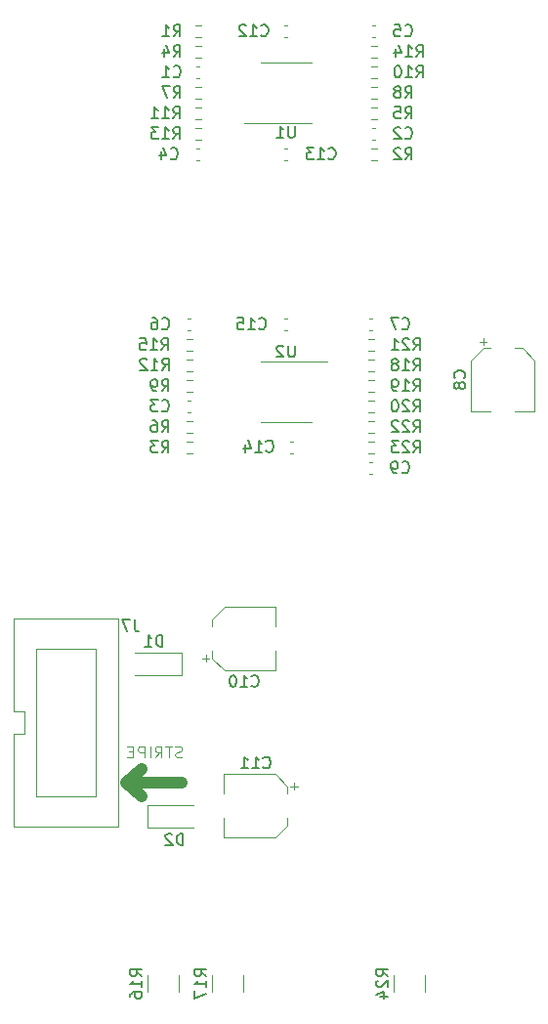
<source format=gbr>
%TF.GenerationSoftware,KiCad,Pcbnew,7.0.1*%
%TF.CreationDate,2024-08-14T21:14:33-04:00*%
%TF.ProjectId,attenuverter_mixer,61747465-6e75-4766-9572-7465725f6d69,rev?*%
%TF.SameCoordinates,Original*%
%TF.FileFunction,Legend,Bot*%
%TF.FilePolarity,Positive*%
%FSLAX46Y46*%
G04 Gerber Fmt 4.6, Leading zero omitted, Abs format (unit mm)*
G04 Created by KiCad (PCBNEW 7.0.1) date 2024-08-14 21:14:33*
%MOMM*%
%LPD*%
G01*
G04 APERTURE LIST*
%ADD10C,0.150000*%
%ADD11C,0.100000*%
%ADD12C,1.000000*%
%ADD13C,0.120000*%
G04 APERTURE END LIST*
D10*
%TO.C,J7*%
X122761333Y-111349619D02*
X122761333Y-112063904D01*
X122761333Y-112063904D02*
X122808952Y-112206761D01*
X122808952Y-112206761D02*
X122904190Y-112302000D01*
X122904190Y-112302000D02*
X123047047Y-112349619D01*
X123047047Y-112349619D02*
X123142285Y-112349619D01*
X122380380Y-111349619D02*
X121713714Y-111349619D01*
X121713714Y-111349619D02*
X122142285Y-112349619D01*
D11*
X126869523Y-123249000D02*
X126726666Y-123296619D01*
X126726666Y-123296619D02*
X126488571Y-123296619D01*
X126488571Y-123296619D02*
X126393333Y-123249000D01*
X126393333Y-123249000D02*
X126345714Y-123201380D01*
X126345714Y-123201380D02*
X126298095Y-123106142D01*
X126298095Y-123106142D02*
X126298095Y-123010904D01*
X126298095Y-123010904D02*
X126345714Y-122915666D01*
X126345714Y-122915666D02*
X126393333Y-122868047D01*
X126393333Y-122868047D02*
X126488571Y-122820428D01*
X126488571Y-122820428D02*
X126679047Y-122772809D01*
X126679047Y-122772809D02*
X126774285Y-122725190D01*
X126774285Y-122725190D02*
X126821904Y-122677571D01*
X126821904Y-122677571D02*
X126869523Y-122582333D01*
X126869523Y-122582333D02*
X126869523Y-122487095D01*
X126869523Y-122487095D02*
X126821904Y-122391857D01*
X126821904Y-122391857D02*
X126774285Y-122344238D01*
X126774285Y-122344238D02*
X126679047Y-122296619D01*
X126679047Y-122296619D02*
X126440952Y-122296619D01*
X126440952Y-122296619D02*
X126298095Y-122344238D01*
X126012380Y-122296619D02*
X125440952Y-122296619D01*
X125726666Y-123296619D02*
X125726666Y-122296619D01*
X124536190Y-123296619D02*
X124869523Y-122820428D01*
X125107618Y-123296619D02*
X125107618Y-122296619D01*
X125107618Y-122296619D02*
X124726666Y-122296619D01*
X124726666Y-122296619D02*
X124631428Y-122344238D01*
X124631428Y-122344238D02*
X124583809Y-122391857D01*
X124583809Y-122391857D02*
X124536190Y-122487095D01*
X124536190Y-122487095D02*
X124536190Y-122629952D01*
X124536190Y-122629952D02*
X124583809Y-122725190D01*
X124583809Y-122725190D02*
X124631428Y-122772809D01*
X124631428Y-122772809D02*
X124726666Y-122820428D01*
X124726666Y-122820428D02*
X125107618Y-122820428D01*
X124107618Y-123296619D02*
X124107618Y-122296619D01*
X123631428Y-123296619D02*
X123631428Y-122296619D01*
X123631428Y-122296619D02*
X123250476Y-122296619D01*
X123250476Y-122296619D02*
X123155238Y-122344238D01*
X123155238Y-122344238D02*
X123107619Y-122391857D01*
X123107619Y-122391857D02*
X123060000Y-122487095D01*
X123060000Y-122487095D02*
X123060000Y-122629952D01*
X123060000Y-122629952D02*
X123107619Y-122725190D01*
X123107619Y-122725190D02*
X123155238Y-122772809D01*
X123155238Y-122772809D02*
X123250476Y-122820428D01*
X123250476Y-122820428D02*
X123631428Y-122820428D01*
X122631428Y-122772809D02*
X122298095Y-122772809D01*
X122155238Y-123296619D02*
X122631428Y-123296619D01*
X122631428Y-123296619D02*
X122631428Y-122296619D01*
X122631428Y-122296619D02*
X122155238Y-122296619D01*
D10*
%TO.C,C10*%
X132908357Y-117052380D02*
X132955976Y-117100000D01*
X132955976Y-117100000D02*
X133098833Y-117147619D01*
X133098833Y-117147619D02*
X133194071Y-117147619D01*
X133194071Y-117147619D02*
X133336928Y-117100000D01*
X133336928Y-117100000D02*
X133432166Y-117004761D01*
X133432166Y-117004761D02*
X133479785Y-116909523D01*
X133479785Y-116909523D02*
X133527404Y-116719047D01*
X133527404Y-116719047D02*
X133527404Y-116576190D01*
X133527404Y-116576190D02*
X133479785Y-116385714D01*
X133479785Y-116385714D02*
X133432166Y-116290476D01*
X133432166Y-116290476D02*
X133336928Y-116195238D01*
X133336928Y-116195238D02*
X133194071Y-116147619D01*
X133194071Y-116147619D02*
X133098833Y-116147619D01*
X133098833Y-116147619D02*
X132955976Y-116195238D01*
X132955976Y-116195238D02*
X132908357Y-116242857D01*
X131955976Y-117147619D02*
X132527404Y-117147619D01*
X132241690Y-117147619D02*
X132241690Y-116147619D01*
X132241690Y-116147619D02*
X132336928Y-116290476D01*
X132336928Y-116290476D02*
X132432166Y-116385714D01*
X132432166Y-116385714D02*
X132527404Y-116433333D01*
X131336928Y-116147619D02*
X131241690Y-116147619D01*
X131241690Y-116147619D02*
X131146452Y-116195238D01*
X131146452Y-116195238D02*
X131098833Y-116242857D01*
X131098833Y-116242857D02*
X131051214Y-116338095D01*
X131051214Y-116338095D02*
X131003595Y-116528571D01*
X131003595Y-116528571D02*
X131003595Y-116766666D01*
X131003595Y-116766666D02*
X131051214Y-116957142D01*
X131051214Y-116957142D02*
X131098833Y-117052380D01*
X131098833Y-117052380D02*
X131146452Y-117100000D01*
X131146452Y-117100000D02*
X131241690Y-117147619D01*
X131241690Y-117147619D02*
X131336928Y-117147619D01*
X131336928Y-117147619D02*
X131432166Y-117100000D01*
X131432166Y-117100000D02*
X131479785Y-117052380D01*
X131479785Y-117052380D02*
X131527404Y-116957142D01*
X131527404Y-116957142D02*
X131575023Y-116766666D01*
X131575023Y-116766666D02*
X131575023Y-116528571D01*
X131575023Y-116528571D02*
X131527404Y-116338095D01*
X131527404Y-116338095D02*
X131479785Y-116242857D01*
X131479785Y-116242857D02*
X131432166Y-116195238D01*
X131432166Y-116195238D02*
X131336928Y-116147619D01*
%TO.C,U1*%
X136651904Y-68571619D02*
X136651904Y-69381142D01*
X136651904Y-69381142D02*
X136604285Y-69476380D01*
X136604285Y-69476380D02*
X136556666Y-69524000D01*
X136556666Y-69524000D02*
X136461428Y-69571619D01*
X136461428Y-69571619D02*
X136270952Y-69571619D01*
X136270952Y-69571619D02*
X136175714Y-69524000D01*
X136175714Y-69524000D02*
X136128095Y-69476380D01*
X136128095Y-69476380D02*
X136080476Y-69381142D01*
X136080476Y-69381142D02*
X136080476Y-68571619D01*
X135080476Y-69571619D02*
X135651904Y-69571619D01*
X135366190Y-69571619D02*
X135366190Y-68571619D01*
X135366190Y-68571619D02*
X135461428Y-68714476D01*
X135461428Y-68714476D02*
X135556666Y-68809714D01*
X135556666Y-68809714D02*
X135651904Y-68857333D01*
%TO.C,R18*%
X146946857Y-89743619D02*
X147280190Y-89267428D01*
X147518285Y-89743619D02*
X147518285Y-88743619D01*
X147518285Y-88743619D02*
X147137333Y-88743619D01*
X147137333Y-88743619D02*
X147042095Y-88791238D01*
X147042095Y-88791238D02*
X146994476Y-88838857D01*
X146994476Y-88838857D02*
X146946857Y-88934095D01*
X146946857Y-88934095D02*
X146946857Y-89076952D01*
X146946857Y-89076952D02*
X146994476Y-89172190D01*
X146994476Y-89172190D02*
X147042095Y-89219809D01*
X147042095Y-89219809D02*
X147137333Y-89267428D01*
X147137333Y-89267428D02*
X147518285Y-89267428D01*
X145994476Y-89743619D02*
X146565904Y-89743619D01*
X146280190Y-89743619D02*
X146280190Y-88743619D01*
X146280190Y-88743619D02*
X146375428Y-88886476D01*
X146375428Y-88886476D02*
X146470666Y-88981714D01*
X146470666Y-88981714D02*
X146565904Y-89029333D01*
X145423047Y-89172190D02*
X145518285Y-89124571D01*
X145518285Y-89124571D02*
X145565904Y-89076952D01*
X145565904Y-89076952D02*
X145613523Y-88981714D01*
X145613523Y-88981714D02*
X145613523Y-88934095D01*
X145613523Y-88934095D02*
X145565904Y-88838857D01*
X145565904Y-88838857D02*
X145518285Y-88791238D01*
X145518285Y-88791238D02*
X145423047Y-88743619D01*
X145423047Y-88743619D02*
X145232571Y-88743619D01*
X145232571Y-88743619D02*
X145137333Y-88791238D01*
X145137333Y-88791238D02*
X145089714Y-88838857D01*
X145089714Y-88838857D02*
X145042095Y-88934095D01*
X145042095Y-88934095D02*
X145042095Y-88981714D01*
X145042095Y-88981714D02*
X145089714Y-89076952D01*
X145089714Y-89076952D02*
X145137333Y-89124571D01*
X145137333Y-89124571D02*
X145232571Y-89172190D01*
X145232571Y-89172190D02*
X145423047Y-89172190D01*
X145423047Y-89172190D02*
X145518285Y-89219809D01*
X145518285Y-89219809D02*
X145565904Y-89267428D01*
X145565904Y-89267428D02*
X145613523Y-89362666D01*
X145613523Y-89362666D02*
X145613523Y-89553142D01*
X145613523Y-89553142D02*
X145565904Y-89648380D01*
X145565904Y-89648380D02*
X145518285Y-89696000D01*
X145518285Y-89696000D02*
X145423047Y-89743619D01*
X145423047Y-89743619D02*
X145232571Y-89743619D01*
X145232571Y-89743619D02*
X145137333Y-89696000D01*
X145137333Y-89696000D02*
X145089714Y-89648380D01*
X145089714Y-89648380D02*
X145042095Y-89553142D01*
X145042095Y-89553142D02*
X145042095Y-89362666D01*
X145042095Y-89362666D02*
X145089714Y-89267428D01*
X145089714Y-89267428D02*
X145137333Y-89219809D01*
X145137333Y-89219809D02*
X145232571Y-89172190D01*
%TO.C,R4*%
X126150666Y-62565619D02*
X126483999Y-62089428D01*
X126722094Y-62565619D02*
X126722094Y-61565619D01*
X126722094Y-61565619D02*
X126341142Y-61565619D01*
X126341142Y-61565619D02*
X126245904Y-61613238D01*
X126245904Y-61613238D02*
X126198285Y-61660857D01*
X126198285Y-61660857D02*
X126150666Y-61756095D01*
X126150666Y-61756095D02*
X126150666Y-61898952D01*
X126150666Y-61898952D02*
X126198285Y-61994190D01*
X126198285Y-61994190D02*
X126245904Y-62041809D01*
X126245904Y-62041809D02*
X126341142Y-62089428D01*
X126341142Y-62089428D02*
X126722094Y-62089428D01*
X125293523Y-61898952D02*
X125293523Y-62565619D01*
X125531618Y-61518000D02*
X125769713Y-62232285D01*
X125769713Y-62232285D02*
X125150666Y-62232285D01*
%TO.C,C2*%
X146216666Y-69582380D02*
X146264285Y-69630000D01*
X146264285Y-69630000D02*
X146407142Y-69677619D01*
X146407142Y-69677619D02*
X146502380Y-69677619D01*
X146502380Y-69677619D02*
X146645237Y-69630000D01*
X146645237Y-69630000D02*
X146740475Y-69534761D01*
X146740475Y-69534761D02*
X146788094Y-69439523D01*
X146788094Y-69439523D02*
X146835713Y-69249047D01*
X146835713Y-69249047D02*
X146835713Y-69106190D01*
X146835713Y-69106190D02*
X146788094Y-68915714D01*
X146788094Y-68915714D02*
X146740475Y-68820476D01*
X146740475Y-68820476D02*
X146645237Y-68725238D01*
X146645237Y-68725238D02*
X146502380Y-68677619D01*
X146502380Y-68677619D02*
X146407142Y-68677619D01*
X146407142Y-68677619D02*
X146264285Y-68725238D01*
X146264285Y-68725238D02*
X146216666Y-68772857D01*
X145835713Y-68772857D02*
X145788094Y-68725238D01*
X145788094Y-68725238D02*
X145692856Y-68677619D01*
X145692856Y-68677619D02*
X145454761Y-68677619D01*
X145454761Y-68677619D02*
X145359523Y-68725238D01*
X145359523Y-68725238D02*
X145311904Y-68772857D01*
X145311904Y-68772857D02*
X145264285Y-68868095D01*
X145264285Y-68868095D02*
X145264285Y-68963333D01*
X145264285Y-68963333D02*
X145311904Y-69106190D01*
X145311904Y-69106190D02*
X145883332Y-69677619D01*
X145883332Y-69677619D02*
X145264285Y-69677619D01*
%TO.C,R9*%
X125134666Y-91521619D02*
X125467999Y-91045428D01*
X125706094Y-91521619D02*
X125706094Y-90521619D01*
X125706094Y-90521619D02*
X125325142Y-90521619D01*
X125325142Y-90521619D02*
X125229904Y-90569238D01*
X125229904Y-90569238D02*
X125182285Y-90616857D01*
X125182285Y-90616857D02*
X125134666Y-90712095D01*
X125134666Y-90712095D02*
X125134666Y-90854952D01*
X125134666Y-90854952D02*
X125182285Y-90950190D01*
X125182285Y-90950190D02*
X125229904Y-90997809D01*
X125229904Y-90997809D02*
X125325142Y-91045428D01*
X125325142Y-91045428D02*
X125706094Y-91045428D01*
X124658475Y-91521619D02*
X124467999Y-91521619D01*
X124467999Y-91521619D02*
X124372761Y-91474000D01*
X124372761Y-91474000D02*
X124325142Y-91426380D01*
X124325142Y-91426380D02*
X124229904Y-91283523D01*
X124229904Y-91283523D02*
X124182285Y-91093047D01*
X124182285Y-91093047D02*
X124182285Y-90712095D01*
X124182285Y-90712095D02*
X124229904Y-90616857D01*
X124229904Y-90616857D02*
X124277523Y-90569238D01*
X124277523Y-90569238D02*
X124372761Y-90521619D01*
X124372761Y-90521619D02*
X124563237Y-90521619D01*
X124563237Y-90521619D02*
X124658475Y-90569238D01*
X124658475Y-90569238D02*
X124706094Y-90616857D01*
X124706094Y-90616857D02*
X124753713Y-90712095D01*
X124753713Y-90712095D02*
X124753713Y-90950190D01*
X124753713Y-90950190D02*
X124706094Y-91045428D01*
X124706094Y-91045428D02*
X124658475Y-91093047D01*
X124658475Y-91093047D02*
X124563237Y-91140666D01*
X124563237Y-91140666D02*
X124372761Y-91140666D01*
X124372761Y-91140666D02*
X124277523Y-91093047D01*
X124277523Y-91093047D02*
X124229904Y-91045428D01*
X124229904Y-91045428D02*
X124182285Y-90950190D01*
%TO.C,R11*%
X126118857Y-67899619D02*
X126452190Y-67423428D01*
X126690285Y-67899619D02*
X126690285Y-66899619D01*
X126690285Y-66899619D02*
X126309333Y-66899619D01*
X126309333Y-66899619D02*
X126214095Y-66947238D01*
X126214095Y-66947238D02*
X126166476Y-66994857D01*
X126166476Y-66994857D02*
X126118857Y-67090095D01*
X126118857Y-67090095D02*
X126118857Y-67232952D01*
X126118857Y-67232952D02*
X126166476Y-67328190D01*
X126166476Y-67328190D02*
X126214095Y-67375809D01*
X126214095Y-67375809D02*
X126309333Y-67423428D01*
X126309333Y-67423428D02*
X126690285Y-67423428D01*
X125166476Y-67899619D02*
X125737904Y-67899619D01*
X125452190Y-67899619D02*
X125452190Y-66899619D01*
X125452190Y-66899619D02*
X125547428Y-67042476D01*
X125547428Y-67042476D02*
X125642666Y-67137714D01*
X125642666Y-67137714D02*
X125737904Y-67185333D01*
X124214095Y-67899619D02*
X124785523Y-67899619D01*
X124499809Y-67899619D02*
X124499809Y-66899619D01*
X124499809Y-66899619D02*
X124595047Y-67042476D01*
X124595047Y-67042476D02*
X124690285Y-67137714D01*
X124690285Y-67137714D02*
X124785523Y-67185333D01*
%TO.C,U2*%
X136651904Y-87579619D02*
X136651904Y-88389142D01*
X136651904Y-88389142D02*
X136604285Y-88484380D01*
X136604285Y-88484380D02*
X136556666Y-88532000D01*
X136556666Y-88532000D02*
X136461428Y-88579619D01*
X136461428Y-88579619D02*
X136270952Y-88579619D01*
X136270952Y-88579619D02*
X136175714Y-88532000D01*
X136175714Y-88532000D02*
X136128095Y-88484380D01*
X136128095Y-88484380D02*
X136080476Y-88389142D01*
X136080476Y-88389142D02*
X136080476Y-87579619D01*
X135651904Y-87674857D02*
X135604285Y-87627238D01*
X135604285Y-87627238D02*
X135509047Y-87579619D01*
X135509047Y-87579619D02*
X135270952Y-87579619D01*
X135270952Y-87579619D02*
X135175714Y-87627238D01*
X135175714Y-87627238D02*
X135128095Y-87674857D01*
X135128095Y-87674857D02*
X135080476Y-87770095D01*
X135080476Y-87770095D02*
X135080476Y-87865333D01*
X135080476Y-87865333D02*
X135128095Y-88008190D01*
X135128095Y-88008190D02*
X135699523Y-88579619D01*
X135699523Y-88579619D02*
X135080476Y-88579619D01*
%TO.C,C13*%
X139580857Y-71360380D02*
X139628476Y-71408000D01*
X139628476Y-71408000D02*
X139771333Y-71455619D01*
X139771333Y-71455619D02*
X139866571Y-71455619D01*
X139866571Y-71455619D02*
X140009428Y-71408000D01*
X140009428Y-71408000D02*
X140104666Y-71312761D01*
X140104666Y-71312761D02*
X140152285Y-71217523D01*
X140152285Y-71217523D02*
X140199904Y-71027047D01*
X140199904Y-71027047D02*
X140199904Y-70884190D01*
X140199904Y-70884190D02*
X140152285Y-70693714D01*
X140152285Y-70693714D02*
X140104666Y-70598476D01*
X140104666Y-70598476D02*
X140009428Y-70503238D01*
X140009428Y-70503238D02*
X139866571Y-70455619D01*
X139866571Y-70455619D02*
X139771333Y-70455619D01*
X139771333Y-70455619D02*
X139628476Y-70503238D01*
X139628476Y-70503238D02*
X139580857Y-70550857D01*
X138628476Y-71455619D02*
X139199904Y-71455619D01*
X138914190Y-71455619D02*
X138914190Y-70455619D01*
X138914190Y-70455619D02*
X139009428Y-70598476D01*
X139009428Y-70598476D02*
X139104666Y-70693714D01*
X139104666Y-70693714D02*
X139199904Y-70741333D01*
X138295142Y-70455619D02*
X137676095Y-70455619D01*
X137676095Y-70455619D02*
X138009428Y-70836571D01*
X138009428Y-70836571D02*
X137866571Y-70836571D01*
X137866571Y-70836571D02*
X137771333Y-70884190D01*
X137771333Y-70884190D02*
X137723714Y-70931809D01*
X137723714Y-70931809D02*
X137676095Y-71027047D01*
X137676095Y-71027047D02*
X137676095Y-71265142D01*
X137676095Y-71265142D02*
X137723714Y-71360380D01*
X137723714Y-71360380D02*
X137771333Y-71408000D01*
X137771333Y-71408000D02*
X137866571Y-71455619D01*
X137866571Y-71455619D02*
X138152285Y-71455619D01*
X138152285Y-71455619D02*
X138247523Y-71408000D01*
X138247523Y-71408000D02*
X138295142Y-71360380D01*
%TO.C,R6*%
X125134666Y-95077619D02*
X125467999Y-94601428D01*
X125706094Y-95077619D02*
X125706094Y-94077619D01*
X125706094Y-94077619D02*
X125325142Y-94077619D01*
X125325142Y-94077619D02*
X125229904Y-94125238D01*
X125229904Y-94125238D02*
X125182285Y-94172857D01*
X125182285Y-94172857D02*
X125134666Y-94268095D01*
X125134666Y-94268095D02*
X125134666Y-94410952D01*
X125134666Y-94410952D02*
X125182285Y-94506190D01*
X125182285Y-94506190D02*
X125229904Y-94553809D01*
X125229904Y-94553809D02*
X125325142Y-94601428D01*
X125325142Y-94601428D02*
X125706094Y-94601428D01*
X124277523Y-94077619D02*
X124467999Y-94077619D01*
X124467999Y-94077619D02*
X124563237Y-94125238D01*
X124563237Y-94125238D02*
X124610856Y-94172857D01*
X124610856Y-94172857D02*
X124706094Y-94315714D01*
X124706094Y-94315714D02*
X124753713Y-94506190D01*
X124753713Y-94506190D02*
X124753713Y-94887142D01*
X124753713Y-94887142D02*
X124706094Y-94982380D01*
X124706094Y-94982380D02*
X124658475Y-95030000D01*
X124658475Y-95030000D02*
X124563237Y-95077619D01*
X124563237Y-95077619D02*
X124372761Y-95077619D01*
X124372761Y-95077619D02*
X124277523Y-95030000D01*
X124277523Y-95030000D02*
X124229904Y-94982380D01*
X124229904Y-94982380D02*
X124182285Y-94887142D01*
X124182285Y-94887142D02*
X124182285Y-94649047D01*
X124182285Y-94649047D02*
X124229904Y-94553809D01*
X124229904Y-94553809D02*
X124277523Y-94506190D01*
X124277523Y-94506190D02*
X124372761Y-94458571D01*
X124372761Y-94458571D02*
X124563237Y-94458571D01*
X124563237Y-94458571D02*
X124658475Y-94506190D01*
X124658475Y-94506190D02*
X124706094Y-94553809D01*
X124706094Y-94553809D02*
X124753713Y-94649047D01*
%TO.C,R15*%
X125102857Y-87965619D02*
X125436190Y-87489428D01*
X125674285Y-87965619D02*
X125674285Y-86965619D01*
X125674285Y-86965619D02*
X125293333Y-86965619D01*
X125293333Y-86965619D02*
X125198095Y-87013238D01*
X125198095Y-87013238D02*
X125150476Y-87060857D01*
X125150476Y-87060857D02*
X125102857Y-87156095D01*
X125102857Y-87156095D02*
X125102857Y-87298952D01*
X125102857Y-87298952D02*
X125150476Y-87394190D01*
X125150476Y-87394190D02*
X125198095Y-87441809D01*
X125198095Y-87441809D02*
X125293333Y-87489428D01*
X125293333Y-87489428D02*
X125674285Y-87489428D01*
X124150476Y-87965619D02*
X124721904Y-87965619D01*
X124436190Y-87965619D02*
X124436190Y-86965619D01*
X124436190Y-86965619D02*
X124531428Y-87108476D01*
X124531428Y-87108476D02*
X124626666Y-87203714D01*
X124626666Y-87203714D02*
X124721904Y-87251333D01*
X123245714Y-86965619D02*
X123721904Y-86965619D01*
X123721904Y-86965619D02*
X123769523Y-87441809D01*
X123769523Y-87441809D02*
X123721904Y-87394190D01*
X123721904Y-87394190D02*
X123626666Y-87346571D01*
X123626666Y-87346571D02*
X123388571Y-87346571D01*
X123388571Y-87346571D02*
X123293333Y-87394190D01*
X123293333Y-87394190D02*
X123245714Y-87441809D01*
X123245714Y-87441809D02*
X123198095Y-87537047D01*
X123198095Y-87537047D02*
X123198095Y-87775142D01*
X123198095Y-87775142D02*
X123245714Y-87870380D01*
X123245714Y-87870380D02*
X123293333Y-87918000D01*
X123293333Y-87918000D02*
X123388571Y-87965619D01*
X123388571Y-87965619D02*
X123626666Y-87965619D01*
X123626666Y-87965619D02*
X123721904Y-87918000D01*
X123721904Y-87918000D02*
X123769523Y-87870380D01*
%TO.C,R16*%
X123404619Y-142232142D02*
X122928428Y-141898809D01*
X123404619Y-141660714D02*
X122404619Y-141660714D01*
X122404619Y-141660714D02*
X122404619Y-142041666D01*
X122404619Y-142041666D02*
X122452238Y-142136904D01*
X122452238Y-142136904D02*
X122499857Y-142184523D01*
X122499857Y-142184523D02*
X122595095Y-142232142D01*
X122595095Y-142232142D02*
X122737952Y-142232142D01*
X122737952Y-142232142D02*
X122833190Y-142184523D01*
X122833190Y-142184523D02*
X122880809Y-142136904D01*
X122880809Y-142136904D02*
X122928428Y-142041666D01*
X122928428Y-142041666D02*
X122928428Y-141660714D01*
X123404619Y-143184523D02*
X123404619Y-142613095D01*
X123404619Y-142898809D02*
X122404619Y-142898809D01*
X122404619Y-142898809D02*
X122547476Y-142803571D01*
X122547476Y-142803571D02*
X122642714Y-142708333D01*
X122642714Y-142708333D02*
X122690333Y-142613095D01*
X122404619Y-144041666D02*
X122404619Y-143851190D01*
X122404619Y-143851190D02*
X122452238Y-143755952D01*
X122452238Y-143755952D02*
X122499857Y-143708333D01*
X122499857Y-143708333D02*
X122642714Y-143613095D01*
X122642714Y-143613095D02*
X122833190Y-143565476D01*
X122833190Y-143565476D02*
X123214142Y-143565476D01*
X123214142Y-143565476D02*
X123309380Y-143613095D01*
X123309380Y-143613095D02*
X123357000Y-143660714D01*
X123357000Y-143660714D02*
X123404619Y-143755952D01*
X123404619Y-143755952D02*
X123404619Y-143946428D01*
X123404619Y-143946428D02*
X123357000Y-144041666D01*
X123357000Y-144041666D02*
X123309380Y-144089285D01*
X123309380Y-144089285D02*
X123214142Y-144136904D01*
X123214142Y-144136904D02*
X122976047Y-144136904D01*
X122976047Y-144136904D02*
X122880809Y-144089285D01*
X122880809Y-144089285D02*
X122833190Y-144041666D01*
X122833190Y-144041666D02*
X122785571Y-143946428D01*
X122785571Y-143946428D02*
X122785571Y-143755952D01*
X122785571Y-143755952D02*
X122833190Y-143660714D01*
X122833190Y-143660714D02*
X122880809Y-143613095D01*
X122880809Y-143613095D02*
X122976047Y-143565476D01*
%TO.C,R8*%
X146216666Y-66121619D02*
X146549999Y-65645428D01*
X146788094Y-66121619D02*
X146788094Y-65121619D01*
X146788094Y-65121619D02*
X146407142Y-65121619D01*
X146407142Y-65121619D02*
X146311904Y-65169238D01*
X146311904Y-65169238D02*
X146264285Y-65216857D01*
X146264285Y-65216857D02*
X146216666Y-65312095D01*
X146216666Y-65312095D02*
X146216666Y-65454952D01*
X146216666Y-65454952D02*
X146264285Y-65550190D01*
X146264285Y-65550190D02*
X146311904Y-65597809D01*
X146311904Y-65597809D02*
X146407142Y-65645428D01*
X146407142Y-65645428D02*
X146788094Y-65645428D01*
X145645237Y-65550190D02*
X145740475Y-65502571D01*
X145740475Y-65502571D02*
X145788094Y-65454952D01*
X145788094Y-65454952D02*
X145835713Y-65359714D01*
X145835713Y-65359714D02*
X145835713Y-65312095D01*
X145835713Y-65312095D02*
X145788094Y-65216857D01*
X145788094Y-65216857D02*
X145740475Y-65169238D01*
X145740475Y-65169238D02*
X145645237Y-65121619D01*
X145645237Y-65121619D02*
X145454761Y-65121619D01*
X145454761Y-65121619D02*
X145359523Y-65169238D01*
X145359523Y-65169238D02*
X145311904Y-65216857D01*
X145311904Y-65216857D02*
X145264285Y-65312095D01*
X145264285Y-65312095D02*
X145264285Y-65359714D01*
X145264285Y-65359714D02*
X145311904Y-65454952D01*
X145311904Y-65454952D02*
X145359523Y-65502571D01*
X145359523Y-65502571D02*
X145454761Y-65550190D01*
X145454761Y-65550190D02*
X145645237Y-65550190D01*
X145645237Y-65550190D02*
X145740475Y-65597809D01*
X145740475Y-65597809D02*
X145788094Y-65645428D01*
X145788094Y-65645428D02*
X145835713Y-65740666D01*
X145835713Y-65740666D02*
X145835713Y-65931142D01*
X145835713Y-65931142D02*
X145788094Y-66026380D01*
X145788094Y-66026380D02*
X145740475Y-66074000D01*
X145740475Y-66074000D02*
X145645237Y-66121619D01*
X145645237Y-66121619D02*
X145454761Y-66121619D01*
X145454761Y-66121619D02*
X145359523Y-66074000D01*
X145359523Y-66074000D02*
X145311904Y-66026380D01*
X145311904Y-66026380D02*
X145264285Y-65931142D01*
X145264285Y-65931142D02*
X145264285Y-65740666D01*
X145264285Y-65740666D02*
X145311904Y-65645428D01*
X145311904Y-65645428D02*
X145359523Y-65597809D01*
X145359523Y-65597809D02*
X145454761Y-65550190D01*
%TO.C,C15*%
X133550857Y-86092380D02*
X133598476Y-86140000D01*
X133598476Y-86140000D02*
X133741333Y-86187619D01*
X133741333Y-86187619D02*
X133836571Y-86187619D01*
X133836571Y-86187619D02*
X133979428Y-86140000D01*
X133979428Y-86140000D02*
X134074666Y-86044761D01*
X134074666Y-86044761D02*
X134122285Y-85949523D01*
X134122285Y-85949523D02*
X134169904Y-85759047D01*
X134169904Y-85759047D02*
X134169904Y-85616190D01*
X134169904Y-85616190D02*
X134122285Y-85425714D01*
X134122285Y-85425714D02*
X134074666Y-85330476D01*
X134074666Y-85330476D02*
X133979428Y-85235238D01*
X133979428Y-85235238D02*
X133836571Y-85187619D01*
X133836571Y-85187619D02*
X133741333Y-85187619D01*
X133741333Y-85187619D02*
X133598476Y-85235238D01*
X133598476Y-85235238D02*
X133550857Y-85282857D01*
X132598476Y-86187619D02*
X133169904Y-86187619D01*
X132884190Y-86187619D02*
X132884190Y-85187619D01*
X132884190Y-85187619D02*
X132979428Y-85330476D01*
X132979428Y-85330476D02*
X133074666Y-85425714D01*
X133074666Y-85425714D02*
X133169904Y-85473333D01*
X131693714Y-85187619D02*
X132169904Y-85187619D01*
X132169904Y-85187619D02*
X132217523Y-85663809D01*
X132217523Y-85663809D02*
X132169904Y-85616190D01*
X132169904Y-85616190D02*
X132074666Y-85568571D01*
X132074666Y-85568571D02*
X131836571Y-85568571D01*
X131836571Y-85568571D02*
X131741333Y-85616190D01*
X131741333Y-85616190D02*
X131693714Y-85663809D01*
X131693714Y-85663809D02*
X131646095Y-85759047D01*
X131646095Y-85759047D02*
X131646095Y-85997142D01*
X131646095Y-85997142D02*
X131693714Y-86092380D01*
X131693714Y-86092380D02*
X131741333Y-86140000D01*
X131741333Y-86140000D02*
X131836571Y-86187619D01*
X131836571Y-86187619D02*
X132074666Y-86187619D01*
X132074666Y-86187619D02*
X132169904Y-86140000D01*
X132169904Y-86140000D02*
X132217523Y-86092380D01*
%TO.C,R19*%
X146946857Y-91521619D02*
X147280190Y-91045428D01*
X147518285Y-91521619D02*
X147518285Y-90521619D01*
X147518285Y-90521619D02*
X147137333Y-90521619D01*
X147137333Y-90521619D02*
X147042095Y-90569238D01*
X147042095Y-90569238D02*
X146994476Y-90616857D01*
X146994476Y-90616857D02*
X146946857Y-90712095D01*
X146946857Y-90712095D02*
X146946857Y-90854952D01*
X146946857Y-90854952D02*
X146994476Y-90950190D01*
X146994476Y-90950190D02*
X147042095Y-90997809D01*
X147042095Y-90997809D02*
X147137333Y-91045428D01*
X147137333Y-91045428D02*
X147518285Y-91045428D01*
X145994476Y-91521619D02*
X146565904Y-91521619D01*
X146280190Y-91521619D02*
X146280190Y-90521619D01*
X146280190Y-90521619D02*
X146375428Y-90664476D01*
X146375428Y-90664476D02*
X146470666Y-90759714D01*
X146470666Y-90759714D02*
X146565904Y-90807333D01*
X145518285Y-91521619D02*
X145327809Y-91521619D01*
X145327809Y-91521619D02*
X145232571Y-91474000D01*
X145232571Y-91474000D02*
X145184952Y-91426380D01*
X145184952Y-91426380D02*
X145089714Y-91283523D01*
X145089714Y-91283523D02*
X145042095Y-91093047D01*
X145042095Y-91093047D02*
X145042095Y-90712095D01*
X145042095Y-90712095D02*
X145089714Y-90616857D01*
X145089714Y-90616857D02*
X145137333Y-90569238D01*
X145137333Y-90569238D02*
X145232571Y-90521619D01*
X145232571Y-90521619D02*
X145423047Y-90521619D01*
X145423047Y-90521619D02*
X145518285Y-90569238D01*
X145518285Y-90569238D02*
X145565904Y-90616857D01*
X145565904Y-90616857D02*
X145613523Y-90712095D01*
X145613523Y-90712095D02*
X145613523Y-90950190D01*
X145613523Y-90950190D02*
X145565904Y-91045428D01*
X145565904Y-91045428D02*
X145518285Y-91093047D01*
X145518285Y-91093047D02*
X145423047Y-91140666D01*
X145423047Y-91140666D02*
X145232571Y-91140666D01*
X145232571Y-91140666D02*
X145137333Y-91093047D01*
X145137333Y-91093047D02*
X145089714Y-91045428D01*
X145089714Y-91045428D02*
X145042095Y-90950190D01*
%TO.C,R12*%
X125161357Y-89698619D02*
X125494690Y-89222428D01*
X125732785Y-89698619D02*
X125732785Y-88698619D01*
X125732785Y-88698619D02*
X125351833Y-88698619D01*
X125351833Y-88698619D02*
X125256595Y-88746238D01*
X125256595Y-88746238D02*
X125208976Y-88793857D01*
X125208976Y-88793857D02*
X125161357Y-88889095D01*
X125161357Y-88889095D02*
X125161357Y-89031952D01*
X125161357Y-89031952D02*
X125208976Y-89127190D01*
X125208976Y-89127190D02*
X125256595Y-89174809D01*
X125256595Y-89174809D02*
X125351833Y-89222428D01*
X125351833Y-89222428D02*
X125732785Y-89222428D01*
X124208976Y-89698619D02*
X124780404Y-89698619D01*
X124494690Y-89698619D02*
X124494690Y-88698619D01*
X124494690Y-88698619D02*
X124589928Y-88841476D01*
X124589928Y-88841476D02*
X124685166Y-88936714D01*
X124685166Y-88936714D02*
X124780404Y-88984333D01*
X123828023Y-88793857D02*
X123780404Y-88746238D01*
X123780404Y-88746238D02*
X123685166Y-88698619D01*
X123685166Y-88698619D02*
X123447071Y-88698619D01*
X123447071Y-88698619D02*
X123351833Y-88746238D01*
X123351833Y-88746238D02*
X123304214Y-88793857D01*
X123304214Y-88793857D02*
X123256595Y-88889095D01*
X123256595Y-88889095D02*
X123256595Y-88984333D01*
X123256595Y-88984333D02*
X123304214Y-89127190D01*
X123304214Y-89127190D02*
X123875642Y-89698619D01*
X123875642Y-89698619D02*
X123256595Y-89698619D01*
%TO.C,C1*%
X126150666Y-64248380D02*
X126198285Y-64296000D01*
X126198285Y-64296000D02*
X126341142Y-64343619D01*
X126341142Y-64343619D02*
X126436380Y-64343619D01*
X126436380Y-64343619D02*
X126579237Y-64296000D01*
X126579237Y-64296000D02*
X126674475Y-64200761D01*
X126674475Y-64200761D02*
X126722094Y-64105523D01*
X126722094Y-64105523D02*
X126769713Y-63915047D01*
X126769713Y-63915047D02*
X126769713Y-63772190D01*
X126769713Y-63772190D02*
X126722094Y-63581714D01*
X126722094Y-63581714D02*
X126674475Y-63486476D01*
X126674475Y-63486476D02*
X126579237Y-63391238D01*
X126579237Y-63391238D02*
X126436380Y-63343619D01*
X126436380Y-63343619D02*
X126341142Y-63343619D01*
X126341142Y-63343619D02*
X126198285Y-63391238D01*
X126198285Y-63391238D02*
X126150666Y-63438857D01*
X125198285Y-64343619D02*
X125769713Y-64343619D01*
X125483999Y-64343619D02*
X125483999Y-63343619D01*
X125483999Y-63343619D02*
X125579237Y-63486476D01*
X125579237Y-63486476D02*
X125674475Y-63581714D01*
X125674475Y-63581714D02*
X125769713Y-63629333D01*
%TO.C,C12*%
X133738857Y-60692380D02*
X133786476Y-60740000D01*
X133786476Y-60740000D02*
X133929333Y-60787619D01*
X133929333Y-60787619D02*
X134024571Y-60787619D01*
X134024571Y-60787619D02*
X134167428Y-60740000D01*
X134167428Y-60740000D02*
X134262666Y-60644761D01*
X134262666Y-60644761D02*
X134310285Y-60549523D01*
X134310285Y-60549523D02*
X134357904Y-60359047D01*
X134357904Y-60359047D02*
X134357904Y-60216190D01*
X134357904Y-60216190D02*
X134310285Y-60025714D01*
X134310285Y-60025714D02*
X134262666Y-59930476D01*
X134262666Y-59930476D02*
X134167428Y-59835238D01*
X134167428Y-59835238D02*
X134024571Y-59787619D01*
X134024571Y-59787619D02*
X133929333Y-59787619D01*
X133929333Y-59787619D02*
X133786476Y-59835238D01*
X133786476Y-59835238D02*
X133738857Y-59882857D01*
X132786476Y-60787619D02*
X133357904Y-60787619D01*
X133072190Y-60787619D02*
X133072190Y-59787619D01*
X133072190Y-59787619D02*
X133167428Y-59930476D01*
X133167428Y-59930476D02*
X133262666Y-60025714D01*
X133262666Y-60025714D02*
X133357904Y-60073333D01*
X132405523Y-59882857D02*
X132357904Y-59835238D01*
X132357904Y-59835238D02*
X132262666Y-59787619D01*
X132262666Y-59787619D02*
X132024571Y-59787619D01*
X132024571Y-59787619D02*
X131929333Y-59835238D01*
X131929333Y-59835238D02*
X131881714Y-59882857D01*
X131881714Y-59882857D02*
X131834095Y-59978095D01*
X131834095Y-59978095D02*
X131834095Y-60073333D01*
X131834095Y-60073333D02*
X131881714Y-60216190D01*
X131881714Y-60216190D02*
X132453142Y-60787619D01*
X132453142Y-60787619D02*
X131834095Y-60787619D01*
%TO.C,R14*%
X147200857Y-62565619D02*
X147534190Y-62089428D01*
X147772285Y-62565619D02*
X147772285Y-61565619D01*
X147772285Y-61565619D02*
X147391333Y-61565619D01*
X147391333Y-61565619D02*
X147296095Y-61613238D01*
X147296095Y-61613238D02*
X147248476Y-61660857D01*
X147248476Y-61660857D02*
X147200857Y-61756095D01*
X147200857Y-61756095D02*
X147200857Y-61898952D01*
X147200857Y-61898952D02*
X147248476Y-61994190D01*
X147248476Y-61994190D02*
X147296095Y-62041809D01*
X147296095Y-62041809D02*
X147391333Y-62089428D01*
X147391333Y-62089428D02*
X147772285Y-62089428D01*
X146248476Y-62565619D02*
X146819904Y-62565619D01*
X146534190Y-62565619D02*
X146534190Y-61565619D01*
X146534190Y-61565619D02*
X146629428Y-61708476D01*
X146629428Y-61708476D02*
X146724666Y-61803714D01*
X146724666Y-61803714D02*
X146819904Y-61851333D01*
X145391333Y-61898952D02*
X145391333Y-62565619D01*
X145629428Y-61518000D02*
X145867523Y-62232285D01*
X145867523Y-62232285D02*
X145248476Y-62232285D01*
%TO.C,C3*%
X125134666Y-93204380D02*
X125182285Y-93252000D01*
X125182285Y-93252000D02*
X125325142Y-93299619D01*
X125325142Y-93299619D02*
X125420380Y-93299619D01*
X125420380Y-93299619D02*
X125563237Y-93252000D01*
X125563237Y-93252000D02*
X125658475Y-93156761D01*
X125658475Y-93156761D02*
X125706094Y-93061523D01*
X125706094Y-93061523D02*
X125753713Y-92871047D01*
X125753713Y-92871047D02*
X125753713Y-92728190D01*
X125753713Y-92728190D02*
X125706094Y-92537714D01*
X125706094Y-92537714D02*
X125658475Y-92442476D01*
X125658475Y-92442476D02*
X125563237Y-92347238D01*
X125563237Y-92347238D02*
X125420380Y-92299619D01*
X125420380Y-92299619D02*
X125325142Y-92299619D01*
X125325142Y-92299619D02*
X125182285Y-92347238D01*
X125182285Y-92347238D02*
X125134666Y-92394857D01*
X124801332Y-92299619D02*
X124182285Y-92299619D01*
X124182285Y-92299619D02*
X124515618Y-92680571D01*
X124515618Y-92680571D02*
X124372761Y-92680571D01*
X124372761Y-92680571D02*
X124277523Y-92728190D01*
X124277523Y-92728190D02*
X124229904Y-92775809D01*
X124229904Y-92775809D02*
X124182285Y-92871047D01*
X124182285Y-92871047D02*
X124182285Y-93109142D01*
X124182285Y-93109142D02*
X124229904Y-93204380D01*
X124229904Y-93204380D02*
X124277523Y-93252000D01*
X124277523Y-93252000D02*
X124372761Y-93299619D01*
X124372761Y-93299619D02*
X124658475Y-93299619D01*
X124658475Y-93299619D02*
X124753713Y-93252000D01*
X124753713Y-93252000D02*
X124801332Y-93204380D01*
%TO.C,R10*%
X147200857Y-64343619D02*
X147534190Y-63867428D01*
X147772285Y-64343619D02*
X147772285Y-63343619D01*
X147772285Y-63343619D02*
X147391333Y-63343619D01*
X147391333Y-63343619D02*
X147296095Y-63391238D01*
X147296095Y-63391238D02*
X147248476Y-63438857D01*
X147248476Y-63438857D02*
X147200857Y-63534095D01*
X147200857Y-63534095D02*
X147200857Y-63676952D01*
X147200857Y-63676952D02*
X147248476Y-63772190D01*
X147248476Y-63772190D02*
X147296095Y-63819809D01*
X147296095Y-63819809D02*
X147391333Y-63867428D01*
X147391333Y-63867428D02*
X147772285Y-63867428D01*
X146248476Y-64343619D02*
X146819904Y-64343619D01*
X146534190Y-64343619D02*
X146534190Y-63343619D01*
X146534190Y-63343619D02*
X146629428Y-63486476D01*
X146629428Y-63486476D02*
X146724666Y-63581714D01*
X146724666Y-63581714D02*
X146819904Y-63629333D01*
X145629428Y-63343619D02*
X145534190Y-63343619D01*
X145534190Y-63343619D02*
X145438952Y-63391238D01*
X145438952Y-63391238D02*
X145391333Y-63438857D01*
X145391333Y-63438857D02*
X145343714Y-63534095D01*
X145343714Y-63534095D02*
X145296095Y-63724571D01*
X145296095Y-63724571D02*
X145296095Y-63962666D01*
X145296095Y-63962666D02*
X145343714Y-64153142D01*
X145343714Y-64153142D02*
X145391333Y-64248380D01*
X145391333Y-64248380D02*
X145438952Y-64296000D01*
X145438952Y-64296000D02*
X145534190Y-64343619D01*
X145534190Y-64343619D02*
X145629428Y-64343619D01*
X145629428Y-64343619D02*
X145724666Y-64296000D01*
X145724666Y-64296000D02*
X145772285Y-64248380D01*
X145772285Y-64248380D02*
X145819904Y-64153142D01*
X145819904Y-64153142D02*
X145867523Y-63962666D01*
X145867523Y-63962666D02*
X145867523Y-63724571D01*
X145867523Y-63724571D02*
X145819904Y-63534095D01*
X145819904Y-63534095D02*
X145772285Y-63438857D01*
X145772285Y-63438857D02*
X145724666Y-63391238D01*
X145724666Y-63391238D02*
X145629428Y-63343619D01*
%TO.C,R2*%
X146216666Y-71455619D02*
X146549999Y-70979428D01*
X146788094Y-71455619D02*
X146788094Y-70455619D01*
X146788094Y-70455619D02*
X146407142Y-70455619D01*
X146407142Y-70455619D02*
X146311904Y-70503238D01*
X146311904Y-70503238D02*
X146264285Y-70550857D01*
X146264285Y-70550857D02*
X146216666Y-70646095D01*
X146216666Y-70646095D02*
X146216666Y-70788952D01*
X146216666Y-70788952D02*
X146264285Y-70884190D01*
X146264285Y-70884190D02*
X146311904Y-70931809D01*
X146311904Y-70931809D02*
X146407142Y-70979428D01*
X146407142Y-70979428D02*
X146788094Y-70979428D01*
X145835713Y-70550857D02*
X145788094Y-70503238D01*
X145788094Y-70503238D02*
X145692856Y-70455619D01*
X145692856Y-70455619D02*
X145454761Y-70455619D01*
X145454761Y-70455619D02*
X145359523Y-70503238D01*
X145359523Y-70503238D02*
X145311904Y-70550857D01*
X145311904Y-70550857D02*
X145264285Y-70646095D01*
X145264285Y-70646095D02*
X145264285Y-70741333D01*
X145264285Y-70741333D02*
X145311904Y-70884190D01*
X145311904Y-70884190D02*
X145883332Y-71455619D01*
X145883332Y-71455619D02*
X145264285Y-71455619D01*
%TO.C,C4*%
X125896666Y-71360380D02*
X125944285Y-71408000D01*
X125944285Y-71408000D02*
X126087142Y-71455619D01*
X126087142Y-71455619D02*
X126182380Y-71455619D01*
X126182380Y-71455619D02*
X126325237Y-71408000D01*
X126325237Y-71408000D02*
X126420475Y-71312761D01*
X126420475Y-71312761D02*
X126468094Y-71217523D01*
X126468094Y-71217523D02*
X126515713Y-71027047D01*
X126515713Y-71027047D02*
X126515713Y-70884190D01*
X126515713Y-70884190D02*
X126468094Y-70693714D01*
X126468094Y-70693714D02*
X126420475Y-70598476D01*
X126420475Y-70598476D02*
X126325237Y-70503238D01*
X126325237Y-70503238D02*
X126182380Y-70455619D01*
X126182380Y-70455619D02*
X126087142Y-70455619D01*
X126087142Y-70455619D02*
X125944285Y-70503238D01*
X125944285Y-70503238D02*
X125896666Y-70550857D01*
X125039523Y-70788952D02*
X125039523Y-71455619D01*
X125277618Y-70408000D02*
X125515713Y-71122285D01*
X125515713Y-71122285D02*
X124896666Y-71122285D01*
%TO.C,C11*%
X133924357Y-124130380D02*
X133971976Y-124178000D01*
X133971976Y-124178000D02*
X134114833Y-124225619D01*
X134114833Y-124225619D02*
X134210071Y-124225619D01*
X134210071Y-124225619D02*
X134352928Y-124178000D01*
X134352928Y-124178000D02*
X134448166Y-124082761D01*
X134448166Y-124082761D02*
X134495785Y-123987523D01*
X134495785Y-123987523D02*
X134543404Y-123797047D01*
X134543404Y-123797047D02*
X134543404Y-123654190D01*
X134543404Y-123654190D02*
X134495785Y-123463714D01*
X134495785Y-123463714D02*
X134448166Y-123368476D01*
X134448166Y-123368476D02*
X134352928Y-123273238D01*
X134352928Y-123273238D02*
X134210071Y-123225619D01*
X134210071Y-123225619D02*
X134114833Y-123225619D01*
X134114833Y-123225619D02*
X133971976Y-123273238D01*
X133971976Y-123273238D02*
X133924357Y-123320857D01*
X132971976Y-124225619D02*
X133543404Y-124225619D01*
X133257690Y-124225619D02*
X133257690Y-123225619D01*
X133257690Y-123225619D02*
X133352928Y-123368476D01*
X133352928Y-123368476D02*
X133448166Y-123463714D01*
X133448166Y-123463714D02*
X133543404Y-123511333D01*
X132019595Y-124225619D02*
X132591023Y-124225619D01*
X132305309Y-124225619D02*
X132305309Y-123225619D01*
X132305309Y-123225619D02*
X132400547Y-123368476D01*
X132400547Y-123368476D02*
X132495785Y-123463714D01*
X132495785Y-123463714D02*
X132591023Y-123511333D01*
%TO.C,C7*%
X145962666Y-86092380D02*
X146010285Y-86140000D01*
X146010285Y-86140000D02*
X146153142Y-86187619D01*
X146153142Y-86187619D02*
X146248380Y-86187619D01*
X146248380Y-86187619D02*
X146391237Y-86140000D01*
X146391237Y-86140000D02*
X146486475Y-86044761D01*
X146486475Y-86044761D02*
X146534094Y-85949523D01*
X146534094Y-85949523D02*
X146581713Y-85759047D01*
X146581713Y-85759047D02*
X146581713Y-85616190D01*
X146581713Y-85616190D02*
X146534094Y-85425714D01*
X146534094Y-85425714D02*
X146486475Y-85330476D01*
X146486475Y-85330476D02*
X146391237Y-85235238D01*
X146391237Y-85235238D02*
X146248380Y-85187619D01*
X146248380Y-85187619D02*
X146153142Y-85187619D01*
X146153142Y-85187619D02*
X146010285Y-85235238D01*
X146010285Y-85235238D02*
X145962666Y-85282857D01*
X145629332Y-85187619D02*
X144962666Y-85187619D01*
X144962666Y-85187619D02*
X145391237Y-86187619D01*
%TO.C,C5*%
X146203666Y-60692380D02*
X146251285Y-60740000D01*
X146251285Y-60740000D02*
X146394142Y-60787619D01*
X146394142Y-60787619D02*
X146489380Y-60787619D01*
X146489380Y-60787619D02*
X146632237Y-60740000D01*
X146632237Y-60740000D02*
X146727475Y-60644761D01*
X146727475Y-60644761D02*
X146775094Y-60549523D01*
X146775094Y-60549523D02*
X146822713Y-60359047D01*
X146822713Y-60359047D02*
X146822713Y-60216190D01*
X146822713Y-60216190D02*
X146775094Y-60025714D01*
X146775094Y-60025714D02*
X146727475Y-59930476D01*
X146727475Y-59930476D02*
X146632237Y-59835238D01*
X146632237Y-59835238D02*
X146489380Y-59787619D01*
X146489380Y-59787619D02*
X146394142Y-59787619D01*
X146394142Y-59787619D02*
X146251285Y-59835238D01*
X146251285Y-59835238D02*
X146203666Y-59882857D01*
X145298904Y-59787619D02*
X145775094Y-59787619D01*
X145775094Y-59787619D02*
X145822713Y-60263809D01*
X145822713Y-60263809D02*
X145775094Y-60216190D01*
X145775094Y-60216190D02*
X145679856Y-60168571D01*
X145679856Y-60168571D02*
X145441761Y-60168571D01*
X145441761Y-60168571D02*
X145346523Y-60216190D01*
X145346523Y-60216190D02*
X145298904Y-60263809D01*
X145298904Y-60263809D02*
X145251285Y-60359047D01*
X145251285Y-60359047D02*
X145251285Y-60597142D01*
X145251285Y-60597142D02*
X145298904Y-60692380D01*
X145298904Y-60692380D02*
X145346523Y-60740000D01*
X145346523Y-60740000D02*
X145441761Y-60787619D01*
X145441761Y-60787619D02*
X145679856Y-60787619D01*
X145679856Y-60787619D02*
X145775094Y-60740000D01*
X145775094Y-60740000D02*
X145822713Y-60692380D01*
%TO.C,R20*%
X146946857Y-93299619D02*
X147280190Y-92823428D01*
X147518285Y-93299619D02*
X147518285Y-92299619D01*
X147518285Y-92299619D02*
X147137333Y-92299619D01*
X147137333Y-92299619D02*
X147042095Y-92347238D01*
X147042095Y-92347238D02*
X146994476Y-92394857D01*
X146994476Y-92394857D02*
X146946857Y-92490095D01*
X146946857Y-92490095D02*
X146946857Y-92632952D01*
X146946857Y-92632952D02*
X146994476Y-92728190D01*
X146994476Y-92728190D02*
X147042095Y-92775809D01*
X147042095Y-92775809D02*
X147137333Y-92823428D01*
X147137333Y-92823428D02*
X147518285Y-92823428D01*
X146565904Y-92394857D02*
X146518285Y-92347238D01*
X146518285Y-92347238D02*
X146423047Y-92299619D01*
X146423047Y-92299619D02*
X146184952Y-92299619D01*
X146184952Y-92299619D02*
X146089714Y-92347238D01*
X146089714Y-92347238D02*
X146042095Y-92394857D01*
X146042095Y-92394857D02*
X145994476Y-92490095D01*
X145994476Y-92490095D02*
X145994476Y-92585333D01*
X145994476Y-92585333D02*
X146042095Y-92728190D01*
X146042095Y-92728190D02*
X146613523Y-93299619D01*
X146613523Y-93299619D02*
X145994476Y-93299619D01*
X145375428Y-92299619D02*
X145280190Y-92299619D01*
X145280190Y-92299619D02*
X145184952Y-92347238D01*
X145184952Y-92347238D02*
X145137333Y-92394857D01*
X145137333Y-92394857D02*
X145089714Y-92490095D01*
X145089714Y-92490095D02*
X145042095Y-92680571D01*
X145042095Y-92680571D02*
X145042095Y-92918666D01*
X145042095Y-92918666D02*
X145089714Y-93109142D01*
X145089714Y-93109142D02*
X145137333Y-93204380D01*
X145137333Y-93204380D02*
X145184952Y-93252000D01*
X145184952Y-93252000D02*
X145280190Y-93299619D01*
X145280190Y-93299619D02*
X145375428Y-93299619D01*
X145375428Y-93299619D02*
X145470666Y-93252000D01*
X145470666Y-93252000D02*
X145518285Y-93204380D01*
X145518285Y-93204380D02*
X145565904Y-93109142D01*
X145565904Y-93109142D02*
X145613523Y-92918666D01*
X145613523Y-92918666D02*
X145613523Y-92680571D01*
X145613523Y-92680571D02*
X145565904Y-92490095D01*
X145565904Y-92490095D02*
X145518285Y-92394857D01*
X145518285Y-92394857D02*
X145470666Y-92347238D01*
X145470666Y-92347238D02*
X145375428Y-92299619D01*
%TO.C,R21*%
X146946857Y-87965619D02*
X147280190Y-87489428D01*
X147518285Y-87965619D02*
X147518285Y-86965619D01*
X147518285Y-86965619D02*
X147137333Y-86965619D01*
X147137333Y-86965619D02*
X147042095Y-87013238D01*
X147042095Y-87013238D02*
X146994476Y-87060857D01*
X146994476Y-87060857D02*
X146946857Y-87156095D01*
X146946857Y-87156095D02*
X146946857Y-87298952D01*
X146946857Y-87298952D02*
X146994476Y-87394190D01*
X146994476Y-87394190D02*
X147042095Y-87441809D01*
X147042095Y-87441809D02*
X147137333Y-87489428D01*
X147137333Y-87489428D02*
X147518285Y-87489428D01*
X146565904Y-87060857D02*
X146518285Y-87013238D01*
X146518285Y-87013238D02*
X146423047Y-86965619D01*
X146423047Y-86965619D02*
X146184952Y-86965619D01*
X146184952Y-86965619D02*
X146089714Y-87013238D01*
X146089714Y-87013238D02*
X146042095Y-87060857D01*
X146042095Y-87060857D02*
X145994476Y-87156095D01*
X145994476Y-87156095D02*
X145994476Y-87251333D01*
X145994476Y-87251333D02*
X146042095Y-87394190D01*
X146042095Y-87394190D02*
X146613523Y-87965619D01*
X146613523Y-87965619D02*
X145994476Y-87965619D01*
X145042095Y-87965619D02*
X145613523Y-87965619D01*
X145327809Y-87965619D02*
X145327809Y-86965619D01*
X145327809Y-86965619D02*
X145423047Y-87108476D01*
X145423047Y-87108476D02*
X145518285Y-87203714D01*
X145518285Y-87203714D02*
X145613523Y-87251333D01*
%TO.C,R13*%
X126118857Y-69677619D02*
X126452190Y-69201428D01*
X126690285Y-69677619D02*
X126690285Y-68677619D01*
X126690285Y-68677619D02*
X126309333Y-68677619D01*
X126309333Y-68677619D02*
X126214095Y-68725238D01*
X126214095Y-68725238D02*
X126166476Y-68772857D01*
X126166476Y-68772857D02*
X126118857Y-68868095D01*
X126118857Y-68868095D02*
X126118857Y-69010952D01*
X126118857Y-69010952D02*
X126166476Y-69106190D01*
X126166476Y-69106190D02*
X126214095Y-69153809D01*
X126214095Y-69153809D02*
X126309333Y-69201428D01*
X126309333Y-69201428D02*
X126690285Y-69201428D01*
X125166476Y-69677619D02*
X125737904Y-69677619D01*
X125452190Y-69677619D02*
X125452190Y-68677619D01*
X125452190Y-68677619D02*
X125547428Y-68820476D01*
X125547428Y-68820476D02*
X125642666Y-68915714D01*
X125642666Y-68915714D02*
X125737904Y-68963333D01*
X124833142Y-68677619D02*
X124214095Y-68677619D01*
X124214095Y-68677619D02*
X124547428Y-69058571D01*
X124547428Y-69058571D02*
X124404571Y-69058571D01*
X124404571Y-69058571D02*
X124309333Y-69106190D01*
X124309333Y-69106190D02*
X124261714Y-69153809D01*
X124261714Y-69153809D02*
X124214095Y-69249047D01*
X124214095Y-69249047D02*
X124214095Y-69487142D01*
X124214095Y-69487142D02*
X124261714Y-69582380D01*
X124261714Y-69582380D02*
X124309333Y-69630000D01*
X124309333Y-69630000D02*
X124404571Y-69677619D01*
X124404571Y-69677619D02*
X124690285Y-69677619D01*
X124690285Y-69677619D02*
X124785523Y-69630000D01*
X124785523Y-69630000D02*
X124833142Y-69582380D01*
%TO.C,R5*%
X146216666Y-67899619D02*
X146549999Y-67423428D01*
X146788094Y-67899619D02*
X146788094Y-66899619D01*
X146788094Y-66899619D02*
X146407142Y-66899619D01*
X146407142Y-66899619D02*
X146311904Y-66947238D01*
X146311904Y-66947238D02*
X146264285Y-66994857D01*
X146264285Y-66994857D02*
X146216666Y-67090095D01*
X146216666Y-67090095D02*
X146216666Y-67232952D01*
X146216666Y-67232952D02*
X146264285Y-67328190D01*
X146264285Y-67328190D02*
X146311904Y-67375809D01*
X146311904Y-67375809D02*
X146407142Y-67423428D01*
X146407142Y-67423428D02*
X146788094Y-67423428D01*
X145311904Y-66899619D02*
X145788094Y-66899619D01*
X145788094Y-66899619D02*
X145835713Y-67375809D01*
X145835713Y-67375809D02*
X145788094Y-67328190D01*
X145788094Y-67328190D02*
X145692856Y-67280571D01*
X145692856Y-67280571D02*
X145454761Y-67280571D01*
X145454761Y-67280571D02*
X145359523Y-67328190D01*
X145359523Y-67328190D02*
X145311904Y-67375809D01*
X145311904Y-67375809D02*
X145264285Y-67471047D01*
X145264285Y-67471047D02*
X145264285Y-67709142D01*
X145264285Y-67709142D02*
X145311904Y-67804380D01*
X145311904Y-67804380D02*
X145359523Y-67852000D01*
X145359523Y-67852000D02*
X145454761Y-67899619D01*
X145454761Y-67899619D02*
X145692856Y-67899619D01*
X145692856Y-67899619D02*
X145788094Y-67852000D01*
X145788094Y-67852000D02*
X145835713Y-67804380D01*
%TO.C,R22*%
X146946857Y-95077619D02*
X147280190Y-94601428D01*
X147518285Y-95077619D02*
X147518285Y-94077619D01*
X147518285Y-94077619D02*
X147137333Y-94077619D01*
X147137333Y-94077619D02*
X147042095Y-94125238D01*
X147042095Y-94125238D02*
X146994476Y-94172857D01*
X146994476Y-94172857D02*
X146946857Y-94268095D01*
X146946857Y-94268095D02*
X146946857Y-94410952D01*
X146946857Y-94410952D02*
X146994476Y-94506190D01*
X146994476Y-94506190D02*
X147042095Y-94553809D01*
X147042095Y-94553809D02*
X147137333Y-94601428D01*
X147137333Y-94601428D02*
X147518285Y-94601428D01*
X146565904Y-94172857D02*
X146518285Y-94125238D01*
X146518285Y-94125238D02*
X146423047Y-94077619D01*
X146423047Y-94077619D02*
X146184952Y-94077619D01*
X146184952Y-94077619D02*
X146089714Y-94125238D01*
X146089714Y-94125238D02*
X146042095Y-94172857D01*
X146042095Y-94172857D02*
X145994476Y-94268095D01*
X145994476Y-94268095D02*
X145994476Y-94363333D01*
X145994476Y-94363333D02*
X146042095Y-94506190D01*
X146042095Y-94506190D02*
X146613523Y-95077619D01*
X146613523Y-95077619D02*
X145994476Y-95077619D01*
X145613523Y-94172857D02*
X145565904Y-94125238D01*
X145565904Y-94125238D02*
X145470666Y-94077619D01*
X145470666Y-94077619D02*
X145232571Y-94077619D01*
X145232571Y-94077619D02*
X145137333Y-94125238D01*
X145137333Y-94125238D02*
X145089714Y-94172857D01*
X145089714Y-94172857D02*
X145042095Y-94268095D01*
X145042095Y-94268095D02*
X145042095Y-94363333D01*
X145042095Y-94363333D02*
X145089714Y-94506190D01*
X145089714Y-94506190D02*
X145661142Y-95077619D01*
X145661142Y-95077619D02*
X145042095Y-95077619D01*
%TO.C,R23*%
X146946857Y-96855619D02*
X147280190Y-96379428D01*
X147518285Y-96855619D02*
X147518285Y-95855619D01*
X147518285Y-95855619D02*
X147137333Y-95855619D01*
X147137333Y-95855619D02*
X147042095Y-95903238D01*
X147042095Y-95903238D02*
X146994476Y-95950857D01*
X146994476Y-95950857D02*
X146946857Y-96046095D01*
X146946857Y-96046095D02*
X146946857Y-96188952D01*
X146946857Y-96188952D02*
X146994476Y-96284190D01*
X146994476Y-96284190D02*
X147042095Y-96331809D01*
X147042095Y-96331809D02*
X147137333Y-96379428D01*
X147137333Y-96379428D02*
X147518285Y-96379428D01*
X146565904Y-95950857D02*
X146518285Y-95903238D01*
X146518285Y-95903238D02*
X146423047Y-95855619D01*
X146423047Y-95855619D02*
X146184952Y-95855619D01*
X146184952Y-95855619D02*
X146089714Y-95903238D01*
X146089714Y-95903238D02*
X146042095Y-95950857D01*
X146042095Y-95950857D02*
X145994476Y-96046095D01*
X145994476Y-96046095D02*
X145994476Y-96141333D01*
X145994476Y-96141333D02*
X146042095Y-96284190D01*
X146042095Y-96284190D02*
X146613523Y-96855619D01*
X146613523Y-96855619D02*
X145994476Y-96855619D01*
X145661142Y-95855619D02*
X145042095Y-95855619D01*
X145042095Y-95855619D02*
X145375428Y-96236571D01*
X145375428Y-96236571D02*
X145232571Y-96236571D01*
X145232571Y-96236571D02*
X145137333Y-96284190D01*
X145137333Y-96284190D02*
X145089714Y-96331809D01*
X145089714Y-96331809D02*
X145042095Y-96427047D01*
X145042095Y-96427047D02*
X145042095Y-96665142D01*
X145042095Y-96665142D02*
X145089714Y-96760380D01*
X145089714Y-96760380D02*
X145137333Y-96808000D01*
X145137333Y-96808000D02*
X145232571Y-96855619D01*
X145232571Y-96855619D02*
X145518285Y-96855619D01*
X145518285Y-96855619D02*
X145613523Y-96808000D01*
X145613523Y-96808000D02*
X145661142Y-96760380D01*
%TO.C,R1*%
X126150666Y-60787619D02*
X126483999Y-60311428D01*
X126722094Y-60787619D02*
X126722094Y-59787619D01*
X126722094Y-59787619D02*
X126341142Y-59787619D01*
X126341142Y-59787619D02*
X126245904Y-59835238D01*
X126245904Y-59835238D02*
X126198285Y-59882857D01*
X126198285Y-59882857D02*
X126150666Y-59978095D01*
X126150666Y-59978095D02*
X126150666Y-60120952D01*
X126150666Y-60120952D02*
X126198285Y-60216190D01*
X126198285Y-60216190D02*
X126245904Y-60263809D01*
X126245904Y-60263809D02*
X126341142Y-60311428D01*
X126341142Y-60311428D02*
X126722094Y-60311428D01*
X125198285Y-60787619D02*
X125769713Y-60787619D01*
X125483999Y-60787619D02*
X125483999Y-59787619D01*
X125483999Y-59787619D02*
X125579237Y-59930476D01*
X125579237Y-59930476D02*
X125674475Y-60025714D01*
X125674475Y-60025714D02*
X125769713Y-60073333D01*
%TO.C,C14*%
X134178357Y-96715380D02*
X134225976Y-96763000D01*
X134225976Y-96763000D02*
X134368833Y-96810619D01*
X134368833Y-96810619D02*
X134464071Y-96810619D01*
X134464071Y-96810619D02*
X134606928Y-96763000D01*
X134606928Y-96763000D02*
X134702166Y-96667761D01*
X134702166Y-96667761D02*
X134749785Y-96572523D01*
X134749785Y-96572523D02*
X134797404Y-96382047D01*
X134797404Y-96382047D02*
X134797404Y-96239190D01*
X134797404Y-96239190D02*
X134749785Y-96048714D01*
X134749785Y-96048714D02*
X134702166Y-95953476D01*
X134702166Y-95953476D02*
X134606928Y-95858238D01*
X134606928Y-95858238D02*
X134464071Y-95810619D01*
X134464071Y-95810619D02*
X134368833Y-95810619D01*
X134368833Y-95810619D02*
X134225976Y-95858238D01*
X134225976Y-95858238D02*
X134178357Y-95905857D01*
X133225976Y-96810619D02*
X133797404Y-96810619D01*
X133511690Y-96810619D02*
X133511690Y-95810619D01*
X133511690Y-95810619D02*
X133606928Y-95953476D01*
X133606928Y-95953476D02*
X133702166Y-96048714D01*
X133702166Y-96048714D02*
X133797404Y-96096333D01*
X132368833Y-96143952D02*
X132368833Y-96810619D01*
X132606928Y-95763000D02*
X132845023Y-96477285D01*
X132845023Y-96477285D02*
X132225976Y-96477285D01*
%TO.C,C6*%
X125147666Y-86092380D02*
X125195285Y-86140000D01*
X125195285Y-86140000D02*
X125338142Y-86187619D01*
X125338142Y-86187619D02*
X125433380Y-86187619D01*
X125433380Y-86187619D02*
X125576237Y-86140000D01*
X125576237Y-86140000D02*
X125671475Y-86044761D01*
X125671475Y-86044761D02*
X125719094Y-85949523D01*
X125719094Y-85949523D02*
X125766713Y-85759047D01*
X125766713Y-85759047D02*
X125766713Y-85616190D01*
X125766713Y-85616190D02*
X125719094Y-85425714D01*
X125719094Y-85425714D02*
X125671475Y-85330476D01*
X125671475Y-85330476D02*
X125576237Y-85235238D01*
X125576237Y-85235238D02*
X125433380Y-85187619D01*
X125433380Y-85187619D02*
X125338142Y-85187619D01*
X125338142Y-85187619D02*
X125195285Y-85235238D01*
X125195285Y-85235238D02*
X125147666Y-85282857D01*
X124290523Y-85187619D02*
X124480999Y-85187619D01*
X124480999Y-85187619D02*
X124576237Y-85235238D01*
X124576237Y-85235238D02*
X124623856Y-85282857D01*
X124623856Y-85282857D02*
X124719094Y-85425714D01*
X124719094Y-85425714D02*
X124766713Y-85616190D01*
X124766713Y-85616190D02*
X124766713Y-85997142D01*
X124766713Y-85997142D02*
X124719094Y-86092380D01*
X124719094Y-86092380D02*
X124671475Y-86140000D01*
X124671475Y-86140000D02*
X124576237Y-86187619D01*
X124576237Y-86187619D02*
X124385761Y-86187619D01*
X124385761Y-86187619D02*
X124290523Y-86140000D01*
X124290523Y-86140000D02*
X124242904Y-86092380D01*
X124242904Y-86092380D02*
X124195285Y-85997142D01*
X124195285Y-85997142D02*
X124195285Y-85759047D01*
X124195285Y-85759047D02*
X124242904Y-85663809D01*
X124242904Y-85663809D02*
X124290523Y-85616190D01*
X124290523Y-85616190D02*
X124385761Y-85568571D01*
X124385761Y-85568571D02*
X124576237Y-85568571D01*
X124576237Y-85568571D02*
X124671475Y-85616190D01*
X124671475Y-85616190D02*
X124719094Y-85663809D01*
X124719094Y-85663809D02*
X124766713Y-85759047D01*
%TO.C,D1*%
X125198094Y-113651619D02*
X125198094Y-112651619D01*
X125198094Y-112651619D02*
X124959999Y-112651619D01*
X124959999Y-112651619D02*
X124817142Y-112699238D01*
X124817142Y-112699238D02*
X124721904Y-112794476D01*
X124721904Y-112794476D02*
X124674285Y-112889714D01*
X124674285Y-112889714D02*
X124626666Y-113080190D01*
X124626666Y-113080190D02*
X124626666Y-113223047D01*
X124626666Y-113223047D02*
X124674285Y-113413523D01*
X124674285Y-113413523D02*
X124721904Y-113508761D01*
X124721904Y-113508761D02*
X124817142Y-113604000D01*
X124817142Y-113604000D02*
X124959999Y-113651619D01*
X124959999Y-113651619D02*
X125198094Y-113651619D01*
X123674285Y-113651619D02*
X124245713Y-113651619D01*
X123959999Y-113651619D02*
X123959999Y-112651619D01*
X123959999Y-112651619D02*
X124055237Y-112794476D01*
X124055237Y-112794476D02*
X124150475Y-112889714D01*
X124150475Y-112889714D02*
X124245713Y-112937333D01*
%TO.C,R24*%
X144740619Y-142232142D02*
X144264428Y-141898809D01*
X144740619Y-141660714D02*
X143740619Y-141660714D01*
X143740619Y-141660714D02*
X143740619Y-142041666D01*
X143740619Y-142041666D02*
X143788238Y-142136904D01*
X143788238Y-142136904D02*
X143835857Y-142184523D01*
X143835857Y-142184523D02*
X143931095Y-142232142D01*
X143931095Y-142232142D02*
X144073952Y-142232142D01*
X144073952Y-142232142D02*
X144169190Y-142184523D01*
X144169190Y-142184523D02*
X144216809Y-142136904D01*
X144216809Y-142136904D02*
X144264428Y-142041666D01*
X144264428Y-142041666D02*
X144264428Y-141660714D01*
X143835857Y-142613095D02*
X143788238Y-142660714D01*
X143788238Y-142660714D02*
X143740619Y-142755952D01*
X143740619Y-142755952D02*
X143740619Y-142994047D01*
X143740619Y-142994047D02*
X143788238Y-143089285D01*
X143788238Y-143089285D02*
X143835857Y-143136904D01*
X143835857Y-143136904D02*
X143931095Y-143184523D01*
X143931095Y-143184523D02*
X144026333Y-143184523D01*
X144026333Y-143184523D02*
X144169190Y-143136904D01*
X144169190Y-143136904D02*
X144740619Y-142565476D01*
X144740619Y-142565476D02*
X144740619Y-143184523D01*
X144073952Y-144041666D02*
X144740619Y-144041666D01*
X143693000Y-143803571D02*
X144407285Y-143565476D01*
X144407285Y-143565476D02*
X144407285Y-144184523D01*
%TO.C,D2*%
X126976094Y-130859619D02*
X126976094Y-129859619D01*
X126976094Y-129859619D02*
X126737999Y-129859619D01*
X126737999Y-129859619D02*
X126595142Y-129907238D01*
X126595142Y-129907238D02*
X126499904Y-130002476D01*
X126499904Y-130002476D02*
X126452285Y-130097714D01*
X126452285Y-130097714D02*
X126404666Y-130288190D01*
X126404666Y-130288190D02*
X126404666Y-130431047D01*
X126404666Y-130431047D02*
X126452285Y-130621523D01*
X126452285Y-130621523D02*
X126499904Y-130716761D01*
X126499904Y-130716761D02*
X126595142Y-130812000D01*
X126595142Y-130812000D02*
X126737999Y-130859619D01*
X126737999Y-130859619D02*
X126976094Y-130859619D01*
X126023713Y-129954857D02*
X125976094Y-129907238D01*
X125976094Y-129907238D02*
X125880856Y-129859619D01*
X125880856Y-129859619D02*
X125642761Y-129859619D01*
X125642761Y-129859619D02*
X125547523Y-129907238D01*
X125547523Y-129907238D02*
X125499904Y-129954857D01*
X125499904Y-129954857D02*
X125452285Y-130050095D01*
X125452285Y-130050095D02*
X125452285Y-130145333D01*
X125452285Y-130145333D02*
X125499904Y-130288190D01*
X125499904Y-130288190D02*
X126071332Y-130859619D01*
X126071332Y-130859619D02*
X125452285Y-130859619D01*
%TO.C,R17*%
X128992619Y-142232142D02*
X128516428Y-141898809D01*
X128992619Y-141660714D02*
X127992619Y-141660714D01*
X127992619Y-141660714D02*
X127992619Y-142041666D01*
X127992619Y-142041666D02*
X128040238Y-142136904D01*
X128040238Y-142136904D02*
X128087857Y-142184523D01*
X128087857Y-142184523D02*
X128183095Y-142232142D01*
X128183095Y-142232142D02*
X128325952Y-142232142D01*
X128325952Y-142232142D02*
X128421190Y-142184523D01*
X128421190Y-142184523D02*
X128468809Y-142136904D01*
X128468809Y-142136904D02*
X128516428Y-142041666D01*
X128516428Y-142041666D02*
X128516428Y-141660714D01*
X128992619Y-143184523D02*
X128992619Y-142613095D01*
X128992619Y-142898809D02*
X127992619Y-142898809D01*
X127992619Y-142898809D02*
X128135476Y-142803571D01*
X128135476Y-142803571D02*
X128230714Y-142708333D01*
X128230714Y-142708333D02*
X128278333Y-142613095D01*
X127992619Y-143517857D02*
X127992619Y-144184523D01*
X127992619Y-144184523D02*
X128992619Y-143755952D01*
%TO.C,R7*%
X126150666Y-66121619D02*
X126483999Y-65645428D01*
X126722094Y-66121619D02*
X126722094Y-65121619D01*
X126722094Y-65121619D02*
X126341142Y-65121619D01*
X126341142Y-65121619D02*
X126245904Y-65169238D01*
X126245904Y-65169238D02*
X126198285Y-65216857D01*
X126198285Y-65216857D02*
X126150666Y-65312095D01*
X126150666Y-65312095D02*
X126150666Y-65454952D01*
X126150666Y-65454952D02*
X126198285Y-65550190D01*
X126198285Y-65550190D02*
X126245904Y-65597809D01*
X126245904Y-65597809D02*
X126341142Y-65645428D01*
X126341142Y-65645428D02*
X126722094Y-65645428D01*
X125817332Y-65121619D02*
X125150666Y-65121619D01*
X125150666Y-65121619D02*
X125579237Y-66121619D01*
%TO.C,R3*%
X125134666Y-96855619D02*
X125467999Y-96379428D01*
X125706094Y-96855619D02*
X125706094Y-95855619D01*
X125706094Y-95855619D02*
X125325142Y-95855619D01*
X125325142Y-95855619D02*
X125229904Y-95903238D01*
X125229904Y-95903238D02*
X125182285Y-95950857D01*
X125182285Y-95950857D02*
X125134666Y-96046095D01*
X125134666Y-96046095D02*
X125134666Y-96188952D01*
X125134666Y-96188952D02*
X125182285Y-96284190D01*
X125182285Y-96284190D02*
X125229904Y-96331809D01*
X125229904Y-96331809D02*
X125325142Y-96379428D01*
X125325142Y-96379428D02*
X125706094Y-96379428D01*
X124801332Y-95855619D02*
X124182285Y-95855619D01*
X124182285Y-95855619D02*
X124515618Y-96236571D01*
X124515618Y-96236571D02*
X124372761Y-96236571D01*
X124372761Y-96236571D02*
X124277523Y-96284190D01*
X124277523Y-96284190D02*
X124229904Y-96331809D01*
X124229904Y-96331809D02*
X124182285Y-96427047D01*
X124182285Y-96427047D02*
X124182285Y-96665142D01*
X124182285Y-96665142D02*
X124229904Y-96760380D01*
X124229904Y-96760380D02*
X124277523Y-96808000D01*
X124277523Y-96808000D02*
X124372761Y-96855619D01*
X124372761Y-96855619D02*
X124658475Y-96855619D01*
X124658475Y-96855619D02*
X124753713Y-96808000D01*
X124753713Y-96808000D02*
X124801332Y-96760380D01*
%TO.C,C8*%
X151353380Y-90384333D02*
X151401000Y-90336714D01*
X151401000Y-90336714D02*
X151448619Y-90193857D01*
X151448619Y-90193857D02*
X151448619Y-90098619D01*
X151448619Y-90098619D02*
X151401000Y-89955762D01*
X151401000Y-89955762D02*
X151305761Y-89860524D01*
X151305761Y-89860524D02*
X151210523Y-89812905D01*
X151210523Y-89812905D02*
X151020047Y-89765286D01*
X151020047Y-89765286D02*
X150877190Y-89765286D01*
X150877190Y-89765286D02*
X150686714Y-89812905D01*
X150686714Y-89812905D02*
X150591476Y-89860524D01*
X150591476Y-89860524D02*
X150496238Y-89955762D01*
X150496238Y-89955762D02*
X150448619Y-90098619D01*
X150448619Y-90098619D02*
X150448619Y-90193857D01*
X150448619Y-90193857D02*
X150496238Y-90336714D01*
X150496238Y-90336714D02*
X150543857Y-90384333D01*
X150877190Y-90955762D02*
X150829571Y-90860524D01*
X150829571Y-90860524D02*
X150781952Y-90812905D01*
X150781952Y-90812905D02*
X150686714Y-90765286D01*
X150686714Y-90765286D02*
X150639095Y-90765286D01*
X150639095Y-90765286D02*
X150543857Y-90812905D01*
X150543857Y-90812905D02*
X150496238Y-90860524D01*
X150496238Y-90860524D02*
X150448619Y-90955762D01*
X150448619Y-90955762D02*
X150448619Y-91146238D01*
X150448619Y-91146238D02*
X150496238Y-91241476D01*
X150496238Y-91241476D02*
X150543857Y-91289095D01*
X150543857Y-91289095D02*
X150639095Y-91336714D01*
X150639095Y-91336714D02*
X150686714Y-91336714D01*
X150686714Y-91336714D02*
X150781952Y-91289095D01*
X150781952Y-91289095D02*
X150829571Y-91241476D01*
X150829571Y-91241476D02*
X150877190Y-91146238D01*
X150877190Y-91146238D02*
X150877190Y-90955762D01*
X150877190Y-90955762D02*
X150924809Y-90860524D01*
X150924809Y-90860524D02*
X150972428Y-90812905D01*
X150972428Y-90812905D02*
X151067666Y-90765286D01*
X151067666Y-90765286D02*
X151258142Y-90765286D01*
X151258142Y-90765286D02*
X151353380Y-90812905D01*
X151353380Y-90812905D02*
X151401000Y-90860524D01*
X151401000Y-90860524D02*
X151448619Y-90955762D01*
X151448619Y-90955762D02*
X151448619Y-91146238D01*
X151448619Y-91146238D02*
X151401000Y-91241476D01*
X151401000Y-91241476D02*
X151353380Y-91289095D01*
X151353380Y-91289095D02*
X151258142Y-91336714D01*
X151258142Y-91336714D02*
X151067666Y-91336714D01*
X151067666Y-91336714D02*
X150972428Y-91289095D01*
X150972428Y-91289095D02*
X150924809Y-91241476D01*
X150924809Y-91241476D02*
X150877190Y-91146238D01*
%TO.C,C9*%
X145962666Y-98538380D02*
X146010285Y-98586000D01*
X146010285Y-98586000D02*
X146153142Y-98633619D01*
X146153142Y-98633619D02*
X146248380Y-98633619D01*
X146248380Y-98633619D02*
X146391237Y-98586000D01*
X146391237Y-98586000D02*
X146486475Y-98490761D01*
X146486475Y-98490761D02*
X146534094Y-98395523D01*
X146534094Y-98395523D02*
X146581713Y-98205047D01*
X146581713Y-98205047D02*
X146581713Y-98062190D01*
X146581713Y-98062190D02*
X146534094Y-97871714D01*
X146534094Y-97871714D02*
X146486475Y-97776476D01*
X146486475Y-97776476D02*
X146391237Y-97681238D01*
X146391237Y-97681238D02*
X146248380Y-97633619D01*
X146248380Y-97633619D02*
X146153142Y-97633619D01*
X146153142Y-97633619D02*
X146010285Y-97681238D01*
X146010285Y-97681238D02*
X145962666Y-97728857D01*
X145486475Y-98633619D02*
X145295999Y-98633619D01*
X145295999Y-98633619D02*
X145200761Y-98586000D01*
X145200761Y-98586000D02*
X145153142Y-98538380D01*
X145153142Y-98538380D02*
X145057904Y-98395523D01*
X145057904Y-98395523D02*
X145010285Y-98205047D01*
X145010285Y-98205047D02*
X145010285Y-97824095D01*
X145010285Y-97824095D02*
X145057904Y-97728857D01*
X145057904Y-97728857D02*
X145105523Y-97681238D01*
X145105523Y-97681238D02*
X145200761Y-97633619D01*
X145200761Y-97633619D02*
X145391237Y-97633619D01*
X145391237Y-97633619D02*
X145486475Y-97681238D01*
X145486475Y-97681238D02*
X145534094Y-97728857D01*
X145534094Y-97728857D02*
X145581713Y-97824095D01*
X145581713Y-97824095D02*
X145581713Y-98062190D01*
X145581713Y-98062190D02*
X145534094Y-98157428D01*
X145534094Y-98157428D02*
X145486475Y-98205047D01*
X145486475Y-98205047D02*
X145391237Y-98252666D01*
X145391237Y-98252666D02*
X145200761Y-98252666D01*
X145200761Y-98252666D02*
X145105523Y-98205047D01*
X145105523Y-98205047D02*
X145057904Y-98157428D01*
X145057904Y-98157428D02*
X145010285Y-98062190D01*
D12*
%TO.C,J7*%
X126850000Y-125459000D02*
X122050000Y-125459000D01*
X122050000Y-125459000D02*
X123400000Y-124259000D01*
X122050000Y-125459000D02*
X123380000Y-126619000D01*
D11*
X121390000Y-111249000D02*
X112290000Y-111249000D01*
X121390000Y-129249000D02*
X121390000Y-111249000D01*
D13*
X119440000Y-113859000D02*
X119440000Y-126679000D01*
X119440000Y-113859000D02*
X114249200Y-113859000D01*
X119440000Y-126679000D02*
X114240000Y-126679000D01*
X114240000Y-113868200D02*
X114240000Y-126679000D01*
D11*
X113260000Y-119249000D02*
X113260000Y-121249000D01*
X113260000Y-121249000D02*
X112290000Y-121249000D01*
X112290000Y-111249000D02*
X112290000Y-119249000D01*
X112290000Y-119249000D02*
X113260000Y-119249000D01*
X112290000Y-121249000D02*
X112290000Y-129249000D01*
X112290000Y-129249000D02*
X121390000Y-129249000D01*
D13*
%TO.C,C10*%
X128640500Y-114670000D02*
X129265500Y-114670000D01*
X128953000Y-114982500D02*
X128953000Y-114357500D01*
X129505500Y-111289437D02*
X129505500Y-111925000D01*
X129505500Y-111289437D02*
X130569937Y-110225000D01*
X129505500Y-114680563D02*
X129505500Y-114045000D01*
X129505500Y-114680563D02*
X130569937Y-115745000D01*
X130569937Y-110225000D02*
X135025500Y-110225000D01*
X130569937Y-115745000D02*
X135025500Y-115745000D01*
X135025500Y-110225000D02*
X135025500Y-111925000D01*
X135025500Y-115745000D02*
X135025500Y-114045000D01*
%TO.C,U1*%
X135890000Y-63049000D02*
X133690000Y-63049000D01*
X135890000Y-63049000D02*
X138090000Y-63049000D01*
X135890000Y-68269000D02*
X132290000Y-68269000D01*
X135890000Y-68269000D02*
X138090000Y-68269000D01*
%TO.C,R18*%
X143493258Y-89803500D02*
X143018742Y-89803500D01*
X143493258Y-88758500D02*
X143018742Y-88758500D01*
%TO.C,R4*%
X128507258Y-62625500D02*
X128032742Y-62625500D01*
X128507258Y-61580500D02*
X128032742Y-61580500D01*
%TO.C,C2*%
X143369420Y-68705000D02*
X143650580Y-68705000D01*
X143369420Y-69725000D02*
X143650580Y-69725000D01*
%TO.C,R9*%
X127270742Y-90536500D02*
X127745258Y-90536500D01*
X127270742Y-91581500D02*
X127745258Y-91581500D01*
%TO.C,R11*%
X128032742Y-66914500D02*
X128507258Y-66914500D01*
X128032742Y-67959500D02*
X128507258Y-67959500D01*
%TO.C,U2*%
X135890000Y-94177000D02*
X138090000Y-94177000D01*
X135890000Y-94177000D02*
X133690000Y-94177000D01*
X135890000Y-88957000D02*
X139490000Y-88957000D01*
X135890000Y-88957000D02*
X133690000Y-88957000D01*
%TO.C,C13*%
X136030580Y-71503000D02*
X135749420Y-71503000D01*
X136030580Y-70483000D02*
X135749420Y-70483000D01*
%TO.C,R6*%
X127745258Y-95137500D02*
X127270742Y-95137500D01*
X127745258Y-94092500D02*
X127270742Y-94092500D01*
%TO.C,R15*%
X127745258Y-88025500D02*
X127270742Y-88025500D01*
X127745258Y-86980500D02*
X127270742Y-86980500D01*
%TO.C,R16*%
X126577000Y-142151263D02*
X126577000Y-143598737D01*
X123867000Y-142151263D02*
X123867000Y-143598737D01*
%TO.C,R8*%
X143747258Y-66181500D02*
X143272742Y-66181500D01*
X143747258Y-65136500D02*
X143272742Y-65136500D01*
%TO.C,C15*%
X135749420Y-85215000D02*
X136030580Y-85215000D01*
X135749420Y-86235000D02*
X136030580Y-86235000D01*
%TO.C,R19*%
X143493258Y-91581500D02*
X143018742Y-91581500D01*
X143493258Y-90536500D02*
X143018742Y-90536500D01*
%TO.C,R12*%
X127270742Y-88758500D02*
X127745258Y-88758500D01*
X127270742Y-89803500D02*
X127745258Y-89803500D01*
%TO.C,C1*%
X128410580Y-64391000D02*
X128129420Y-64391000D01*
X128410580Y-63371000D02*
X128129420Y-63371000D01*
%TO.C,C12*%
X136030580Y-60835000D02*
X135749420Y-60835000D01*
X136030580Y-59815000D02*
X135749420Y-59815000D01*
%TO.C,R14*%
X143272742Y-61580500D02*
X143747258Y-61580500D01*
X143272742Y-62625500D02*
X143747258Y-62625500D01*
%TO.C,C3*%
X127648580Y-93347000D02*
X127367420Y-93347000D01*
X127648580Y-92327000D02*
X127367420Y-92327000D01*
%TO.C,R10*%
X143747258Y-64403500D02*
X143272742Y-64403500D01*
X143747258Y-63358500D02*
X143272742Y-63358500D01*
%TO.C,R2*%
X143747258Y-71515500D02*
X143272742Y-71515500D01*
X143747258Y-70470500D02*
X143272742Y-70470500D01*
%TO.C,C4*%
X128397580Y-71503000D02*
X128116420Y-71503000D01*
X128397580Y-70483000D02*
X128116420Y-70483000D01*
%TO.C,C11*%
X136906500Y-125778000D02*
X136281500Y-125778000D01*
X136594000Y-125465500D02*
X136594000Y-126090500D01*
X136041500Y-129158563D02*
X136041500Y-128523000D01*
X136041500Y-129158563D02*
X134977063Y-130223000D01*
X136041500Y-125767437D02*
X136041500Y-126403000D01*
X136041500Y-125767437D02*
X134977063Y-124703000D01*
X134977063Y-130223000D02*
X130521500Y-130223000D01*
X134977063Y-124703000D02*
X130521500Y-124703000D01*
X130521500Y-130223000D02*
X130521500Y-128523000D01*
X130521500Y-124703000D02*
X130521500Y-126403000D01*
%TO.C,C7*%
X143115420Y-85215000D02*
X143396580Y-85215000D01*
X143115420Y-86235000D02*
X143396580Y-86235000D01*
%TO.C,C5*%
X143369420Y-59815000D02*
X143650580Y-59815000D01*
X143369420Y-60835000D02*
X143650580Y-60835000D01*
%TO.C,R20*%
X143493258Y-93359500D02*
X143018742Y-93359500D01*
X143493258Y-92314500D02*
X143018742Y-92314500D01*
%TO.C,R21*%
X143018742Y-86980500D02*
X143493258Y-86980500D01*
X143018742Y-88025500D02*
X143493258Y-88025500D01*
%TO.C,R13*%
X128507258Y-69737500D02*
X128032742Y-69737500D01*
X128507258Y-68692500D02*
X128032742Y-68692500D01*
%TO.C,R5*%
X143272742Y-66914500D02*
X143747258Y-66914500D01*
X143272742Y-67959500D02*
X143747258Y-67959500D01*
%TO.C,R22*%
X143493258Y-95137500D02*
X143018742Y-95137500D01*
X143493258Y-94092500D02*
X143018742Y-94092500D01*
%TO.C,R23*%
X143493258Y-96915500D02*
X143018742Y-96915500D01*
X143493258Y-95870500D02*
X143018742Y-95870500D01*
%TO.C,R1*%
X128032742Y-59802500D02*
X128507258Y-59802500D01*
X128032742Y-60847500D02*
X128507258Y-60847500D01*
%TO.C,C14*%
X136257420Y-95883000D02*
X136538580Y-95883000D01*
X136257420Y-96903000D02*
X136538580Y-96903000D01*
%TO.C,C6*%
X127648580Y-86235000D02*
X127367420Y-86235000D01*
X127648580Y-85215000D02*
X127367420Y-85215000D01*
%TO.C,D1*%
X126820000Y-116189000D02*
X122810000Y-116189000D01*
X126820000Y-114189000D02*
X126820000Y-116189000D01*
X126820000Y-114189000D02*
X122810000Y-114189000D01*
%TO.C,R24*%
X147913000Y-142151263D02*
X147913000Y-143598737D01*
X145203000Y-142151263D02*
X145203000Y-143598737D01*
%TO.C,D2*%
X123878000Y-127397000D02*
X127888000Y-127397000D01*
X123878000Y-129397000D02*
X123878000Y-127397000D01*
X123878000Y-129397000D02*
X127888000Y-129397000D01*
%TO.C,R17*%
X132165000Y-142151263D02*
X132165000Y-143598737D01*
X129455000Y-142151263D02*
X129455000Y-143598737D01*
%TO.C,R7*%
X128032742Y-65136500D02*
X128507258Y-65136500D01*
X128032742Y-66181500D02*
X128507258Y-66181500D01*
%TO.C,R3*%
X127270742Y-95870500D02*
X127745258Y-95870500D01*
X127270742Y-96915500D02*
X127745258Y-96915500D01*
%TO.C,C8*%
X153001000Y-86926000D02*
X153001000Y-87551000D01*
X152688500Y-87238500D02*
X153313500Y-87238500D01*
X156381563Y-87791000D02*
X155746000Y-87791000D01*
X156381563Y-87791000D02*
X157446000Y-88855437D01*
X152990437Y-87791000D02*
X153626000Y-87791000D01*
X152990437Y-87791000D02*
X151926000Y-88855437D01*
X157446000Y-88855437D02*
X157446000Y-93311000D01*
X151926000Y-88855437D02*
X151926000Y-93311000D01*
X157446000Y-93311000D02*
X155746000Y-93311000D01*
X151926000Y-93311000D02*
X153626000Y-93311000D01*
%TO.C,C9*%
X143396580Y-98681000D02*
X143115420Y-98681000D01*
X143396580Y-97661000D02*
X143115420Y-97661000D01*
%TD*%
M02*

</source>
